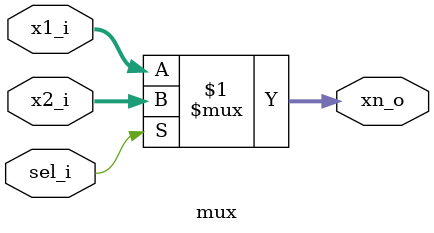
<source format=sv>

module mux #(
    parameter int Width = 16
) (
    input  wire [Width-1:0] x1_i,
    input  wire [Width-1:0] x2_i,
    input  wire             sel_i,
    output wire [Width-1:0] xn_o
);

  assign xn_o = (sel_i) ? x2_i : x1_i;

endmodule

</source>
